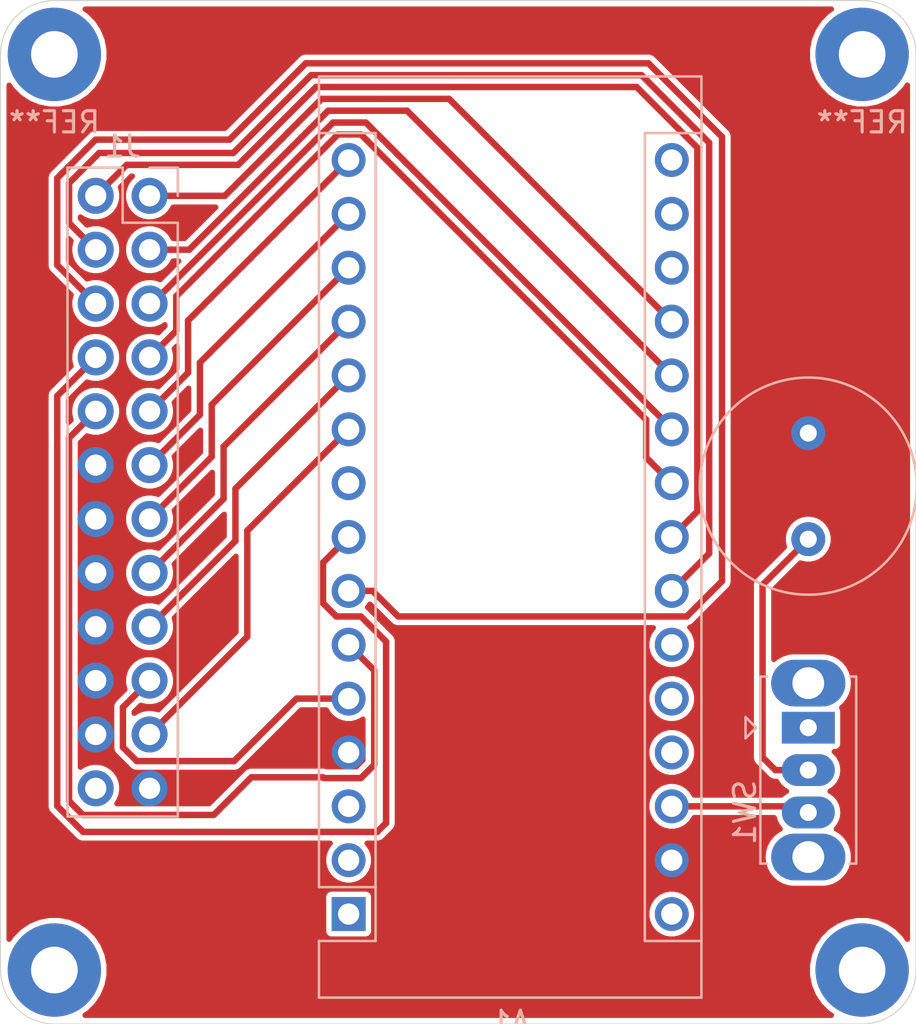
<source format=kicad_pcb>
(kicad_pcb (version 20171130) (host pcbnew "(5.1.9)-1")

  (general
    (thickness 1.6)
    (drawings 9)
    (tracks 122)
    (zones 0)
    (modules 8)
    (nets 20)
  )

  (page A4)
  (layers
    (0 F.Cu signal)
    (31 B.Cu signal hide)
    (33 F.Adhes user hide)
    (35 F.Paste user hide)
    (36 B.SilkS user)
    (37 F.SilkS user hide)
    (38 B.Mask user hide)
    (39 F.Mask user hide)
    (40 Dwgs.User user hide)
    (41 Cmts.User user hide)
    (42 Eco1.User user hide)
    (43 Eco2.User user hide)
    (44 Edge.Cuts user)
    (45 Margin user hide)
    (46 B.CrtYd user hide)
    (47 F.CrtYd user hide)
    (49 F.Fab user hide)
  )

  (setup
    (last_trace_width 0.3048)
    (trace_clearance 0.254)
    (zone_clearance 0.254)
    (zone_45_only no)
    (trace_min 0.254)
    (via_size 0.8)
    (via_drill 0.4)
    (via_min_size 0.4)
    (via_min_drill 0.3)
    (uvia_size 0.3)
    (uvia_drill 0.1)
    (uvias_allowed no)
    (uvia_min_size 0.2)
    (uvia_min_drill 0.1)
    (edge_width 0.05)
    (segment_width 0.2)
    (pcb_text_width 0.3)
    (pcb_text_size 1.5 1.5)
    (mod_edge_width 0.12)
    (mod_text_size 1 1)
    (mod_text_width 0.15)
    (pad_size 1.524 1.524)
    (pad_drill 0.762)
    (pad_to_mask_clearance 0)
    (aux_axis_origin 68.58 132.08)
    (visible_elements 7FFFFFFF)
    (pcbplotparams
      (layerselection 0x01000_7fffffff)
      (usegerberextensions false)
      (usegerberattributes true)
      (usegerberadvancedattributes true)
      (creategerberjobfile true)
      (excludeedgelayer false)
      (linewidth 0.100000)
      (plotframeref false)
      (viasonmask false)
      (mode 1)
      (useauxorigin false)
      (hpglpennumber 1)
      (hpglpenspeed 20)
      (hpglpendiameter 15.000000)
      (psnegative false)
      (psa4output false)
      (plotreference true)
      (plotvalue true)
      (plotinvisibletext false)
      (padsonsilk false)
      (subtractmaskfromsilk false)
      (outputformat 4)
      (mirror false)
      (drillshape 0)
      (scaleselection 1)
      (outputdirectory ""))
  )

  (net 0 "")
  (net 1 /EOI)
  (net 2 /DAV)
  (net 3 GND)
  (net 4 /NRFD)
  (net 5 /NDAC)
  (net 6 /IFC)
  (net 7 /ATN)
  (net 8 /DIO6)
  (net 9 /DIO8)
  (net 10 /DIO5)
  (net 11 /DIO7)
  (net 12 /DIO4)
  (net 13 /REN)
  (net 14 /DIO3)
  (net 15 /SRQ)
  (net 16 /DIO2)
  (net 17 /DIO1)
  (net 18 "Net-(C1-Pad1)")
  (net 19 /NRST)

  (net_class Default "This is the default net class."
    (clearance 0.254)
    (trace_width 0.3048)
    (via_dia 0.8)
    (via_drill 0.4)
    (uvia_dia 0.3)
    (uvia_drill 0.1)
    (diff_pair_width 0.254)
    (diff_pair_gap 0.25)
    (add_net /ATN)
    (add_net /DAV)
    (add_net /DIO1)
    (add_net /DIO2)
    (add_net /DIO3)
    (add_net /DIO4)
    (add_net /DIO5)
    (add_net /DIO6)
    (add_net /DIO7)
    (add_net /DIO8)
    (add_net /EOI)
    (add_net /IFC)
    (add_net /NDAC)
    (add_net /NRFD)
    (add_net /NRST)
    (add_net /REN)
    (add_net /SRQ)
    (add_net GND)
    (add_net "Net-(C1-Pad1)")
  )

  (module MountingHole:MountingHole_2.2mm_M2_Pad (layer B.Cu) (tedit 56D1B4CB) (tstamp 60B0C9E4)
    (at 109.22 86.36)
    (descr "Mounting Hole 2.2mm, M2")
    (tags "mounting hole 2.2mm m2")
    (attr virtual)
    (fp_text reference REF** (at 0 3.2) (layer B.SilkS)
      (effects (font (size 1 1) (thickness 0.15)) (justify mirror))
    )
    (fp_text value MountingHole_2.2mm_M2_Pad (at 0 -3.2) (layer B.Fab)
      (effects (font (size 1 1) (thickness 0.15)) (justify mirror))
    )
    (fp_circle (center 0 0) (end 2.2 0) (layer Cmts.User) (width 0.15))
    (fp_circle (center 0 0) (end 2.45 0) (layer B.CrtYd) (width 0.05))
    (fp_text user %R (at 0.3 0) (layer B.Fab)
      (effects (font (size 1 1) (thickness 0.15)) (justify mirror))
    )
    (pad 1 thru_hole circle (at 0 0) (size 4.4 4.4) (drill 2.2) (layers *.Cu *.Mask))
  )

  (module MountingHole:MountingHole_2.2mm_M2_Pad (layer B.Cu) (tedit 56D1B4CB) (tstamp 60B0C9E4)
    (at 71.12 86.36)
    (descr "Mounting Hole 2.2mm, M2")
    (tags "mounting hole 2.2mm m2")
    (attr virtual)
    (fp_text reference REF** (at 0 3.2) (layer B.SilkS)
      (effects (font (size 1 1) (thickness 0.15)) (justify mirror))
    )
    (fp_text value MountingHole_2.2mm_M2_Pad (at 0 -3.2) (layer B.Fab)
      (effects (font (size 1 1) (thickness 0.15)) (justify mirror))
    )
    (fp_circle (center 0 0) (end 2.2 0) (layer Cmts.User) (width 0.15))
    (fp_circle (center 0 0) (end 2.45 0) (layer B.CrtYd) (width 0.05))
    (fp_text user %R (at 0.3 0) (layer B.Fab)
      (effects (font (size 1 1) (thickness 0.15)) (justify mirror))
    )
    (pad 1 thru_hole circle (at 0 0) (size 4.4 4.4) (drill 2.2) (layers *.Cu *.Mask))
  )

  (module MountingHole:MountingHole_2.2mm_M2_Pad (layer B.Cu) (tedit 56D1B4CB) (tstamp 60B0C9E4)
    (at 71.12 129.54)
    (descr "Mounting Hole 2.2mm, M2")
    (tags "mounting hole 2.2mm m2")
    (attr virtual)
    (fp_text reference REF** (at 0 3.2) (layer B.SilkS)
      (effects (font (size 1 1) (thickness 0.15)) (justify mirror))
    )
    (fp_text value MountingHole_2.2mm_M2_Pad (at 0 -3.2) (layer B.Fab)
      (effects (font (size 1 1) (thickness 0.15)) (justify mirror))
    )
    (fp_circle (center 0 0) (end 2.2 0) (layer Cmts.User) (width 0.15))
    (fp_circle (center 0 0) (end 2.45 0) (layer B.CrtYd) (width 0.05))
    (fp_text user %R (at 0.3 0) (layer B.Fab)
      (effects (font (size 1 1) (thickness 0.15)) (justify mirror))
    )
    (pad 1 thru_hole circle (at 0 0) (size 4.4 4.4) (drill 2.2) (layers *.Cu *.Mask))
  )

  (module MountingHole:MountingHole_2.2mm_M2_Pad (layer B.Cu) (tedit 56D1B4CB) (tstamp 60B0C9DF)
    (at 109.22 129.54)
    (descr "Mounting Hole 2.2mm, M2")
    (tags "mounting hole 2.2mm m2")
    (attr virtual)
    (fp_text reference REF** (at 0 3.2) (layer B.SilkS)
      (effects (font (size 1 1) (thickness 0.15)) (justify mirror))
    )
    (fp_text value MountingHole_2.2mm_M2_Pad (at 0 -3.2) (layer B.Fab)
      (effects (font (size 1 1) (thickness 0.15)) (justify mirror))
    )
    (fp_circle (center 0 0) (end 2.2 0) (layer Cmts.User) (width 0.15))
    (fp_circle (center 0 0) (end 2.45 0) (layer B.CrtYd) (width 0.05))
    (fp_text user %R (at 0.3 0) (layer B.Fab)
      (effects (font (size 1 1) (thickness 0.15)) (justify mirror))
    )
    (pad 1 thru_hole circle (at 0 0) (size 4.4 4.4) (drill 2.2) (layers *.Cu *.Mask))
  )

  (module Button_Switch_THT:SW_Slide_1P2T_CK_OS102011MS2Q (layer B.Cu) (tedit 5C5044D5) (tstamp 60B0AB9C)
    (at 106.68 118.11 270)
    (descr "CuK miniature slide switch, OS series, SPDT, https://www.ckswitches.com/media/1428/os.pdf")
    (tags "switch SPDT")
    (path /60B40689)
    (fp_text reference SW1 (at 3.99 2.99 270) (layer B.SilkS)
      (effects (font (size 1 1) (thickness 0.15)) (justify mirror))
    )
    (fp_text value SW_SPDT (at 2 -3 270) (layer B.Fab)
      (effects (font (size 1 1) (thickness 0.15)) (justify mirror))
    )
    (fp_line (start 0.5 2.15) (end 6.3 2.15) (layer B.Fab) (width 0.1))
    (fp_line (start 6.3 2.15) (end 6.3 -2.15) (layer B.Fab) (width 0.1))
    (fp_line (start 6.3 -2.15) (end -2.3 -2.15) (layer B.Fab) (width 0.1))
    (fp_line (start -2.3 -2.15) (end -2.3 2.15) (layer B.Fab) (width 0.1))
    (fp_line (start 0 1) (end 4 1) (layer B.Fab) (width 0.1))
    (fp_line (start 4 1) (end 4 -1) (layer B.Fab) (width 0.1))
    (fp_line (start 0 -1) (end 4 -1) (layer B.Fab) (width 0.1))
    (fp_line (start 0 1) (end 0 -1) (layer B.Fab) (width 0.1))
    (fp_line (start 0.66 1) (end 0.66 -1) (layer B.Fab) (width 0.1))
    (fp_line (start 1.34 1) (end 1.34 -1) (layer B.Fab) (width 0.1))
    (fp_line (start 2 1) (end 2 -1) (layer B.Fab) (width 0.1))
    (fp_line (start -2.3 2.15) (end -0.5 2.15) (layer B.Fab) (width 0.1))
    (fp_line (start -2.41 2.26) (end 6.41 2.26) (layer B.SilkS) (width 0.12))
    (fp_line (start 6.41 2.26) (end 6.41 1.95) (layer B.SilkS) (width 0.12))
    (fp_line (start 6.41 -2.26) (end -2.41 -2.26) (layer B.SilkS) (width 0.12))
    (fp_line (start -2.41 1.95) (end -2.41 2.26) (layer B.SilkS) (width 0.12))
    (fp_line (start -2.41 -2.26) (end -2.41 -1.95) (layer B.SilkS) (width 0.12))
    (fp_line (start 6.41 -2.26) (end 6.41 -1.95) (layer B.SilkS) (width 0.12))
    (fp_line (start -3.45 2.4) (end 7.45 2.4) (layer F.CrtYd) (width 0.05))
    (fp_line (start 7.45 2.4) (end 7.45 -2.4) (layer F.CrtYd) (width 0.05))
    (fp_line (start 7.45 -2.4) (end -3.45 -2.4) (layer F.CrtYd) (width 0.05))
    (fp_line (start -3.45 -2.4) (end -3.45 2.4) (layer F.CrtYd) (width 0.05))
    (fp_line (start -0.5 2.15) (end 0 1.65) (layer B.Fab) (width 0.1))
    (fp_line (start 0 1.65) (end 0.5 2.15) (layer B.Fab) (width 0.1))
    (fp_line (start -0.5 2.96) (end 0 2.46) (layer B.SilkS) (width 0.12))
    (fp_line (start 0 2.46) (end 0.5 2.96) (layer B.SilkS) (width 0.12))
    (fp_line (start 0.5 2.96) (end -0.5 2.96) (layer B.SilkS) (width 0.12))
    (fp_text user %R (at 3.99 2.99 270) (layer B.Fab)
      (effects (font (size 1 1) (thickness 0.15)) (justify mirror))
    )
    (pad "" thru_hole oval (at 6.1 0 270) (size 2.2 3.5) (drill 1.5) (layers *.Cu *.Mask))
    (pad "" thru_hole oval (at -2.1 0 270) (size 2.2 3.5) (drill 1.5) (layers *.Cu *.Mask))
    (pad 3 thru_hole oval (at 4 0 270) (size 1.5 2.5) (drill 0.8) (layers *.Cu *.Mask)
      (net 19 /NRST))
    (pad 2 thru_hole oval (at 2 0 270) (size 1.5 2.5) (drill 0.8) (layers *.Cu *.Mask)
      (net 18 "Net-(C1-Pad1)"))
    (pad 1 thru_hole rect (at 0 0 270) (size 1.5 2.5) (drill 0.8) (layers *.Cu *.Mask))
    (model ${KISYS3DMOD}/Button_Switch_THT.3dshapes/SW_Slide_1P2T_CK_OS102011MS2Q.wrl
      (at (xyz 0 0 0))
      (scale (xyz 1 1 1))
      (rotate (xyz 0 0 0))
    )
  )

  (module central_lib:PinHeader_2x12_P2.54mm_Vertical_Top_Bottom (layer B.Cu) (tedit 60B03479) (tstamp 60B0B47B)
    (at 75.61 93.03 180)
    (descr "Through hole straight pin header, 2x12, 2.54mm pitch, double rows")
    (tags "Through hole pin header THT 2x12 2.54mm double row")
    (path /60B1AC9D)
    (fp_text reference J1 (at 1.27 2.33) (layer B.SilkS)
      (effects (font (size 1 1) (thickness 0.15)) (justify mirror))
    )
    (fp_text value Conn_02x12_Top_Bottom (at 1.27 -30.27) (layer B.Fab)
      (effects (font (size 1 1) (thickness 0.15)) (justify mirror))
    )
    (fp_line (start 0 1.27) (end 3.81 1.27) (layer B.Fab) (width 0.1))
    (fp_line (start 3.81 1.27) (end 3.81 -29.21) (layer B.Fab) (width 0.1))
    (fp_line (start 3.81 -29.21) (end -1.27 -29.21) (layer B.Fab) (width 0.1))
    (fp_line (start -1.27 -29.21) (end -1.27 0) (layer B.Fab) (width 0.1))
    (fp_line (start -1.27 0) (end 0 1.27) (layer B.Fab) (width 0.1))
    (fp_line (start -1.33 -29.27) (end 3.87 -29.27) (layer B.SilkS) (width 0.12))
    (fp_line (start -1.33 -1.27) (end -1.33 -29.27) (layer B.SilkS) (width 0.12))
    (fp_line (start 3.87 1.33) (end 3.87 -29.27) (layer B.SilkS) (width 0.12))
    (fp_line (start -1.33 -1.27) (end 1.27 -1.27) (layer B.SilkS) (width 0.12))
    (fp_line (start 1.27 -1.27) (end 1.27 1.33) (layer B.SilkS) (width 0.12))
    (fp_line (start 1.27 1.33) (end 3.87 1.33) (layer B.SilkS) (width 0.12))
    (fp_line (start -1.33 0) (end -1.33 1.33) (layer B.SilkS) (width 0.12))
    (fp_line (start -1.33 1.33) (end 0 1.33) (layer B.SilkS) (width 0.12))
    (fp_line (start -1.8 1.8) (end -1.8 -29.75) (layer B.CrtYd) (width 0.05))
    (fp_line (start -1.8 -29.75) (end 4.35 -29.75) (layer B.CrtYd) (width 0.05))
    (fp_line (start 4.35 -29.75) (end 4.35 1.8) (layer B.CrtYd) (width 0.05))
    (fp_line (start 4.35 1.8) (end -1.8 1.8) (layer B.CrtYd) (width 0.05))
    (fp_text user %R (at 1.27 -13.97 270) (layer B.Fab)
      (effects (font (size 1 1) (thickness 0.15)) (justify mirror))
    )
    (pad 1 thru_hole oval (at 0 0 180) (size 1.7 1.7) (drill 1) (layers *.Cu *.Mask)
      (net 17 /DIO1))
    (pad 2 thru_hole oval (at 0 -2.54 180) (size 1.7 1.7) (drill 1) (layers *.Cu *.Mask)
      (net 16 /DIO2))
    (pad 3 thru_hole oval (at 0 -5.08 180) (size 1.7 1.7) (drill 1) (layers *.Cu *.Mask)
      (net 14 /DIO3))
    (pad 4 thru_hole oval (at 0 -7.62 180) (size 1.7 1.7) (drill 1) (layers *.Cu *.Mask)
      (net 12 /DIO4))
    (pad 5 thru_hole oval (at 0 -10.16 180) (size 1.7 1.7) (drill 1) (layers *.Cu *.Mask)
      (net 1 /EOI))
    (pad 6 thru_hole oval (at 0 -12.7 180) (size 1.7 1.7) (drill 1) (layers *.Cu *.Mask)
      (net 2 /DAV))
    (pad 7 thru_hole oval (at 0 -15.24 180) (size 1.7 1.7) (drill 1) (layers *.Cu *.Mask)
      (net 4 /NRFD))
    (pad 8 thru_hole oval (at 0 -17.78 180) (size 1.7 1.7) (drill 1) (layers *.Cu *.Mask)
      (net 5 /NDAC))
    (pad 9 thru_hole oval (at 0 -20.32 180) (size 1.7 1.7) (drill 1) (layers *.Cu *.Mask)
      (net 6 /IFC))
    (pad 10 thru_hole oval (at 0 -22.86 180) (size 1.7 1.7) (drill 1) (layers *.Cu *.Mask)
      (net 15 /SRQ))
    (pad 11 thru_hole oval (at 0 -25.4 180) (size 1.7 1.7) (drill 1) (layers *.Cu *.Mask)
      (net 7 /ATN))
    (pad 12 thru_hole oval (at 0 -27.94 180) (size 1.7 1.7) (drill 1) (layers *.Cu *.Mask)
      (net 3 GND))
    (pad 13 thru_hole oval (at 2.54 0 180) (size 1.7 1.7) (drill 1) (layers *.Cu *.Mask)
      (net 10 /DIO5))
    (pad 14 thru_hole oval (at 2.54 -2.54 180) (size 1.7 1.7) (drill 1) (layers *.Cu *.Mask)
      (net 8 /DIO6))
    (pad 15 thru_hole oval (at 2.54 -5.08 180) (size 1.7 1.7) (drill 1) (layers *.Cu *.Mask)
      (net 11 /DIO7))
    (pad 16 thru_hole oval (at 2.54 -7.62 180) (size 1.7 1.7) (drill 1) (layers *.Cu *.Mask)
      (net 9 /DIO8))
    (pad 17 thru_hole oval (at 2.54 -10.16 180) (size 1.7 1.7) (drill 1) (layers *.Cu *.Mask)
      (net 13 /REN))
    (pad 18 thru_hole oval (at 2.54 -12.7 180) (size 1.7 1.7) (drill 1) (layers *.Cu *.Mask)
      (net 3 GND))
    (pad 19 thru_hole oval (at 2.54 -15.24 180) (size 1.7 1.7) (drill 1) (layers *.Cu *.Mask)
      (net 3 GND))
    (pad 20 thru_hole oval (at 2.54 -17.78 180) (size 1.7 1.7) (drill 1) (layers *.Cu *.Mask)
      (net 3 GND))
    (pad 21 thru_hole oval (at 2.54 -20.32 180) (size 1.7 1.7) (drill 1) (layers *.Cu *.Mask)
      (net 3 GND))
    (pad 22 thru_hole oval (at 2.54 -22.86 180) (size 1.7 1.7) (drill 1) (layers *.Cu *.Mask)
      (net 3 GND))
    (pad 23 thru_hole oval (at 2.54 -25.4 180) (size 1.7 1.7) (drill 1) (layers *.Cu *.Mask)
      (net 3 GND))
    (pad 24 thru_hole oval (at 2.54 -27.94 180) (size 1.7 1.7) (drill 1) (layers *.Cu *.Mask))
    (model ${KISYS3DMOD}/Connector_PinHeader_2.54mm.3dshapes/PinHeader_2x12_P2.54mm_Vertical.wrl
      (at (xyz 0 0 0))
      (scale (xyz 1 1 1))
      (rotate (xyz 0 0 0))
    )
  )

  (module Capacitor_THT:C_Radial_D10.0mm_H12.5mm_P5.00mm (layer B.Cu) (tedit 5BC5C9BA) (tstamp 60B0AB49)
    (at 106.68 109.22 90)
    (descr "C, Radial series, Radial, pin pitch=5.00mm, diameter=10mm, height=12.5mm, Non-Polar Electrolytic Capacitor")
    (tags "C Radial series Radial pin pitch 5.00mm diameter 10mm height 12.5mm Non-Polar Electrolytic Capacitor")
    (path /60B42C8D)
    (fp_text reference C1 (at 2.5 6.25 270) (layer B.SilkS)
      (effects (font (size 1 1) (thickness 0.15)) (justify mirror))
    )
    (fp_text value C (at 2.5 -6.25 270) (layer B.Fab)
      (effects (font (size 1 1) (thickness 0.15)) (justify mirror))
    )
    (fp_circle (center 2.5 0) (end 7.5 0) (layer B.Fab) (width 0.1))
    (fp_circle (center 2.5 0) (end 7.62 0) (layer B.SilkS) (width 0.12))
    (fp_circle (center 2.5 0) (end 7.75 0) (layer B.CrtYd) (width 0.05))
    (fp_text user %R (at 2.5 0 270) (layer B.Fab)
      (effects (font (size 1 1) (thickness 0.15)) (justify mirror))
    )
    (pad 2 thru_hole circle (at 5 0 90) (size 1.6 1.6) (drill 0.8) (layers *.Cu *.Mask)
      (net 3 GND))
    (pad 1 thru_hole circle (at 0 0 90) (size 1.6 1.6) (drill 0.8) (layers *.Cu *.Mask)
      (net 18 "Net-(C1-Pad1)"))
    (model ${KISYS3DMOD}/Capacitor_THT.3dshapes/C_Radial_D10.0mm_H12.5mm_P5.00mm.wrl
      (at (xyz 0 0 0))
      (scale (xyz 1 1 1))
      (rotate (xyz 0 0 0))
    )
  )

  (module Module:Arduino_Nano (layer B.Cu) (tedit 58ACAF70) (tstamp 60B0AB3F)
    (at 85 126.9)
    (descr "Arduino Nano, http://www.mouser.com/pdfdocs/Gravitech_Arduino_Nano3_0.pdf")
    (tags "Arduino Nano")
    (path /60AFCD0E)
    (fp_text reference A1 (at 7.62 5.08) (layer B.SilkS)
      (effects (font (size 1 1) (thickness 0.15)) (justify mirror))
    )
    (fp_text value Arduino_Nano_v3.x (at 8.89 -19.05 -90) (layer B.Fab)
      (effects (font (size 1 1) (thickness 0.15)) (justify mirror))
    )
    (fp_line (start 1.27 -1.27) (end 1.27 1.27) (layer B.SilkS) (width 0.12))
    (fp_line (start 1.27 1.27) (end -1.4 1.27) (layer B.SilkS) (width 0.12))
    (fp_line (start -1.4 -1.27) (end -1.4 -39.5) (layer B.SilkS) (width 0.12))
    (fp_line (start -1.4 3.94) (end -1.4 1.27) (layer B.SilkS) (width 0.12))
    (fp_line (start 13.97 1.27) (end 16.64 1.27) (layer B.SilkS) (width 0.12))
    (fp_line (start 13.97 1.27) (end 13.97 -36.83) (layer B.SilkS) (width 0.12))
    (fp_line (start 13.97 -36.83) (end 16.64 -36.83) (layer B.SilkS) (width 0.12))
    (fp_line (start 1.27 -1.27) (end -1.4 -1.27) (layer B.SilkS) (width 0.12))
    (fp_line (start 1.27 -1.27) (end 1.27 -36.83) (layer B.SilkS) (width 0.12))
    (fp_line (start 1.27 -36.83) (end -1.4 -36.83) (layer B.SilkS) (width 0.12))
    (fp_line (start 3.81 -31.75) (end 11.43 -31.75) (layer B.Fab) (width 0.1))
    (fp_line (start 11.43 -31.75) (end 11.43 -41.91) (layer B.Fab) (width 0.1))
    (fp_line (start 11.43 -41.91) (end 3.81 -41.91) (layer B.Fab) (width 0.1))
    (fp_line (start 3.81 -41.91) (end 3.81 -31.75) (layer B.Fab) (width 0.1))
    (fp_line (start -1.4 -39.5) (end 16.64 -39.5) (layer B.SilkS) (width 0.12))
    (fp_line (start 16.64 -39.5) (end 16.64 3.94) (layer B.SilkS) (width 0.12))
    (fp_line (start 16.64 3.94) (end -1.4 3.94) (layer B.SilkS) (width 0.12))
    (fp_line (start 16.51 -39.37) (end -1.27 -39.37) (layer B.Fab) (width 0.1))
    (fp_line (start -1.27 -39.37) (end -1.27 2.54) (layer B.Fab) (width 0.1))
    (fp_line (start -1.27 2.54) (end 0 3.81) (layer B.Fab) (width 0.1))
    (fp_line (start 0 3.81) (end 16.51 3.81) (layer B.Fab) (width 0.1))
    (fp_line (start 16.51 3.81) (end 16.51 -39.37) (layer B.Fab) (width 0.1))
    (fp_line (start -1.53 4.06) (end 16.75 4.06) (layer B.CrtYd) (width 0.05))
    (fp_line (start -1.53 4.06) (end -1.53 -42.16) (layer B.CrtYd) (width 0.05))
    (fp_line (start 16.75 -42.16) (end 16.75 4.06) (layer B.CrtYd) (width 0.05))
    (fp_line (start 16.75 -42.16) (end -1.53 -42.16) (layer B.CrtYd) (width 0.05))
    (fp_text user %R (at 6.35 -19.05 -90) (layer B.Fab)
      (effects (font (size 1 1) (thickness 0.15)) (justify mirror))
    )
    (pad 16 thru_hole oval (at 15.24 -35.56) (size 1.6 1.6) (drill 1) (layers *.Cu *.Mask))
    (pad 15 thru_hole oval (at 0 -35.56) (size 1.6 1.6) (drill 1) (layers *.Cu *.Mask)
      (net 1 /EOI))
    (pad 30 thru_hole oval (at 15.24 0) (size 1.6 1.6) (drill 1) (layers *.Cu *.Mask))
    (pad 14 thru_hole oval (at 0 -33.02) (size 1.6 1.6) (drill 1) (layers *.Cu *.Mask)
      (net 2 /DAV))
    (pad 29 thru_hole oval (at 15.24 -2.54) (size 1.6 1.6) (drill 1) (layers *.Cu *.Mask)
      (net 3 GND))
    (pad 13 thru_hole oval (at 0 -30.48) (size 1.6 1.6) (drill 1) (layers *.Cu *.Mask)
      (net 4 /NRFD))
    (pad 28 thru_hole oval (at 15.24 -5.08) (size 1.6 1.6) (drill 1) (layers *.Cu *.Mask)
      (net 19 /NRST))
    (pad 12 thru_hole oval (at 0 -27.94) (size 1.6 1.6) (drill 1) (layers *.Cu *.Mask)
      (net 5 /NDAC))
    (pad 27 thru_hole oval (at 15.24 -7.62) (size 1.6 1.6) (drill 1) (layers *.Cu *.Mask))
    (pad 11 thru_hole oval (at 0 -25.4) (size 1.6 1.6) (drill 1) (layers *.Cu *.Mask)
      (net 6 /IFC))
    (pad 26 thru_hole oval (at 15.24 -10.16) (size 1.6 1.6) (drill 1) (layers *.Cu *.Mask))
    (pad 10 thru_hole oval (at 0 -22.86) (size 1.6 1.6) (drill 1) (layers *.Cu *.Mask)
      (net 7 /ATN))
    (pad 25 thru_hole oval (at 15.24 -12.7) (size 1.6 1.6) (drill 1) (layers *.Cu *.Mask))
    (pad 9 thru_hole oval (at 0 -20.32) (size 1.6 1.6) (drill 1) (layers *.Cu *.Mask))
    (pad 24 thru_hole oval (at 15.24 -15.24) (size 1.6 1.6) (drill 1) (layers *.Cu *.Mask)
      (net 8 /DIO6))
    (pad 8 thru_hole oval (at 0 -17.78) (size 1.6 1.6) (drill 1) (layers *.Cu *.Mask)
      (net 9 /DIO8))
    (pad 23 thru_hole oval (at 15.24 -17.78) (size 1.6 1.6) (drill 1) (layers *.Cu *.Mask)
      (net 10 /DIO5))
    (pad 7 thru_hole oval (at 0 -15.24) (size 1.6 1.6) (drill 1) (layers *.Cu *.Mask)
      (net 11 /DIO7))
    (pad 22 thru_hole oval (at 15.24 -20.32) (size 1.6 1.6) (drill 1) (layers *.Cu *.Mask)
      (net 12 /DIO4))
    (pad 6 thru_hole oval (at 0 -12.7) (size 1.6 1.6) (drill 1) (layers *.Cu *.Mask)
      (net 13 /REN))
    (pad 21 thru_hole oval (at 15.24 -22.86) (size 1.6 1.6) (drill 1) (layers *.Cu *.Mask)
      (net 14 /DIO3))
    (pad 5 thru_hole oval (at 0 -10.16) (size 1.6 1.6) (drill 1) (layers *.Cu *.Mask)
      (net 15 /SRQ))
    (pad 20 thru_hole oval (at 15.24 -25.4) (size 1.6 1.6) (drill 1) (layers *.Cu *.Mask)
      (net 16 /DIO2))
    (pad 4 thru_hole oval (at 0 -7.62) (size 1.6 1.6) (drill 1) (layers *.Cu *.Mask)
      (net 3 GND))
    (pad 19 thru_hole oval (at 15.24 -27.94) (size 1.6 1.6) (drill 1) (layers *.Cu *.Mask)
      (net 17 /DIO1))
    (pad 3 thru_hole oval (at 0 -5.08) (size 1.6 1.6) (drill 1) (layers *.Cu *.Mask))
    (pad 18 thru_hole oval (at 15.24 -30.48) (size 1.6 1.6) (drill 1) (layers *.Cu *.Mask))
    (pad 2 thru_hole oval (at 0 -2.54) (size 1.6 1.6) (drill 1) (layers *.Cu *.Mask))
    (pad 17 thru_hole oval (at 15.24 -33.02) (size 1.6 1.6) (drill 1) (layers *.Cu *.Mask))
    (pad 1 thru_hole rect (at 0 0) (size 1.6 1.6) (drill 1) (layers *.Cu *.Mask))
    (model ${KISYS3DMOD}/Module.3dshapes/Arduino_Nano_WithMountingHoles.wrl
      (at (xyz 0 0 0))
      (scale (xyz 1 1 1))
      (rotate (xyz 0 0 0))
    )
  )

  (gr_arc (start 71.12 86.36) (end 71.12 83.82) (angle -90) (layer Edge.Cuts) (width 0.05))
  (gr_arc (start 109.22 129.54) (end 109.22 132.08) (angle -90) (layer Edge.Cuts) (width 0.05))
  (gr_arc (start 71.12 129.54) (end 68.58 129.54) (angle -90) (layer Edge.Cuts) (width 0.05))
  (gr_arc (start 109.22 86.36) (end 111.76 86.36) (angle -90) (layer Edge.Cuts) (width 0.05))
  (gr_line (start 111.76 129.54) (end 111.76 86.36) (layer Edge.Cuts) (width 0.05) (tstamp 60B0C778))
  (gr_line (start 71.12 132.08) (end 109.22 132.08) (layer Edge.Cuts) (width 0.05))
  (gr_line (start 68.58 86.36) (end 68.58 129.54) (layer Edge.Cuts) (width 0.05))
  (gr_line (start 71.12 83.82) (end 71.12 83.82) (layer Edge.Cuts) (width 0.05))
  (gr_line (start 109.22 83.82) (end 71.12 83.82) (layer Edge.Cuts) (width 0.05))

  (segment (start 77.425211 98.914789) (end 85 91.34) (width 0.3048) (layer F.Cu) (net 1))
  (segment (start 77.425211 101.374789) (end 77.425211 98.914789) (width 0.3048) (layer F.Cu) (net 1))
  (segment (start 75.61 103.19) (end 77.425211 101.374789) (width 0.3048) (layer F.Cu) (net 1))
  (segment (start 77.984021 100.895979) (end 85 93.88) (width 0.3048) (layer F.Cu) (net 2))
  (segment (start 77.984021 103.355979) (end 77.984021 100.895979) (width 0.3048) (layer F.Cu) (net 2))
  (segment (start 75.61 105.73) (end 77.984021 103.355979) (width 0.3048) (layer F.Cu) (net 2))
  (segment (start 73.07 105.73) (end 73.07 108.27) (width 0.3048) (layer F.Cu) (net 3))
  (segment (start 73.07 110.81) (end 73.07 113.35) (width 0.3048) (layer F.Cu) (net 3))
  (segment (start 73.07 108.27) (end 73.07 110.81) (width 0.3048) (layer F.Cu) (net 3))
  (segment (start 73.07 113.35) (end 73.07 115.89) (width 0.3048) (layer F.Cu) (net 3))
  (segment (start 73.07 118.43) (end 73.07 115.89) (width 0.3048) (layer F.Cu) (net 3))
  (segment (start 75.50025 120.97) (end 75.61 120.97) (width 0.3048) (layer F.Cu) (net 3))
  (segment (start 73.79479 119.26454) (end 75.50025 120.97) (width 0.3048) (layer F.Cu) (net 3))
  (segment (start 73.794789 118.744789) (end 73.79479 119.26454) (width 0.3048) (layer F.Cu) (net 3))
  (segment (start 73.48 118.43) (end 73.794789 118.744789) (width 0.3048) (layer F.Cu) (net 3))
  (segment (start 73.07 118.43) (end 73.48 118.43) (width 0.3048) (layer F.Cu) (net 3))
  (segment (start 101.59641 125.71641) (end 100.24 124.36) (width 0.3048) (layer F.Cu) (net 3))
  (segment (start 107.953975 125.71641) (end 101.59641 125.71641) (width 0.3048) (layer F.Cu) (net 3))
  (segment (start 108.83641 124.833975) (end 107.953975 125.71641) (width 0.3048) (layer F.Cu) (net 3))
  (segment (start 108.83641 106.37641) (end 108.83641 124.833975) (width 0.3048) (layer F.Cu) (net 3))
  (segment (start 106.68 104.22) (end 108.83641 106.37641) (width 0.3048) (layer F.Cu) (net 3))
  (segment (start 75.61 120.97) (end 79.102802 120.97) (width 0.3048) (layer F.Cu) (net 3))
  (segment (start 79.102802 120.97) (end 80.792802 119.28) (width 0.3048) (layer F.Cu) (net 3))
  (segment (start 80.792802 119.28) (end 85 119.28) (width 0.3048) (layer F.Cu) (net 3))
  (segment (start 78.54283 105.33717) (end 78.54283 102.87717) (width 0.3048) (layer F.Cu) (net 4))
  (segment (start 78.54283 102.87717) (end 85 96.42) (width 0.3048) (layer F.Cu) (net 4))
  (segment (start 75.61 108.27) (end 78.54283 105.33717) (width 0.3048) (layer F.Cu) (net 4))
  (segment (start 79.10164 104.85836) (end 85 98.96) (width 0.3048) (layer F.Cu) (net 5))
  (segment (start 79.10164 107.31836) (end 79.10164 104.85836) (width 0.3048) (layer F.Cu) (net 5))
  (segment (start 75.61 110.81) (end 79.10164 107.31836) (width 0.3048) (layer F.Cu) (net 5))
  (segment (start 79.66045 106.83955) (end 85 101.5) (width 0.3048) (layer F.Cu) (net 6))
  (segment (start 79.66045 109.29955) (end 79.66045 106.83955) (width 0.3048) (layer F.Cu) (net 6))
  (segment (start 75.61 113.35) (end 79.66045 109.29955) (width 0.3048) (layer F.Cu) (net 6))
  (segment (start 80.21926 108.82074) (end 85 104.04) (width 0.3048) (layer F.Cu) (net 7))
  (segment (start 80.21926 113.82074) (end 80.21926 108.82074) (width 0.3048) (layer F.Cu) (net 7))
  (segment (start 75.61 118.43) (end 80.21926 113.82074) (width 0.3048) (layer F.Cu) (net 7))
  (segment (start 102.005211 109.894789) (end 100.24 111.66) (width 0.3048) (layer F.Cu) (net 8))
  (segment (start 102.005211 90.529461) (end 102.005211 109.894789) (width 0.3048) (layer F.Cu) (net 8))
  (segment (start 98.815302 87.339552) (end 102.005211 90.529461) (width 0.3048) (layer F.Cu) (net 8))
  (segment (start 83.23045 87.339552) (end 98.815302 87.339552) (width 0.3048) (layer F.Cu) (net 8))
  (segment (start 73.230526 91.01) (end 79.560002 91.01) (width 0.3048) (layer F.Cu) (net 8))
  (segment (start 71.813599 94.313599) (end 71.813599 92.426927) (width 0.3048) (layer F.Cu) (net 8))
  (segment (start 79.560002 91.01) (end 83.23045 87.339552) (width 0.3048) (layer F.Cu) (net 8))
  (segment (start 73.07 95.57) (end 71.813599 94.313599) (width 0.3048) (layer F.Cu) (net 8))
  (segment (start 71.813599 92.426927) (end 73.230526 91.01) (width 0.3048) (layer F.Cu) (net 8))
  (segment (start 73.07 100.65) (end 71.25479 102.46521) (width 0.3048) (layer F.Cu) (net 9))
  (segment (start 71.254788 104.89546) (end 71.254788 121.80454) (width 0.3048) (layer F.Cu) (net 9))
  (segment (start 71.25479 102.46521) (end 71.254788 104.89546) (width 0.3048) (layer F.Cu) (net 9))
  (segment (start 71.254788 121.80454) (end 72.476649 123.026401) (width 0.3048) (layer F.Cu) (net 9))
  (segment (start 72.476649 123.026401) (end 86.343599 123.026401) (width 0.3048) (layer F.Cu) (net 9))
  (segment (start 86.343599 123.026401) (end 86.765211 122.604789) (width 0.3048) (layer F.Cu) (net 9))
  (segment (start 86.765211 122.604789) (end 86.765211 114.052539) (width 0.3048) (layer F.Cu) (net 9))
  (segment (start 86.765211 114.052539) (end 85.579073 112.866401) (width 0.3048) (layer F.Cu) (net 9))
  (segment (start 85.579073 112.866401) (end 84.420927 112.866401) (width 0.3048) (layer F.Cu) (net 9))
  (segment (start 84.420927 112.866401) (end 83.793599 112.239073) (width 0.3048) (layer F.Cu) (net 9))
  (segment (start 83.793599 110.326401) (end 85 109.12) (width 0.3048) (layer F.Cu) (net 9))
  (segment (start 83.793599 112.239073) (end 83.793599 110.326401) (width 0.3048) (layer F.Cu) (net 9))
  (segment (start 73.07 93.03) (end 74.53119 91.56881) (width 0.3048) (layer F.Cu) (net 10))
  (segment (start 79.791468 91.56881) (end 83.461915 87.898363) (width 0.3048) (layer F.Cu) (net 10))
  (segment (start 101.4464 90.760928) (end 101.4464 107.9136) (width 0.3048) (layer F.Cu) (net 10))
  (segment (start 83.461915 87.898363) (end 98.583835 87.898363) (width 0.3048) (layer F.Cu) (net 10))
  (segment (start 101.4464 107.9136) (end 100.24 109.12) (width 0.3048) (layer F.Cu) (net 10))
  (segment (start 98.583835 87.898363) (end 101.4464 90.760928) (width 0.3048) (layer F.Cu) (net 10))
  (segment (start 74.53119 91.56881) (end 79.791468 91.56881) (width 0.3048) (layer F.Cu) (net 10))
  (segment (start 87.337771 112.866401) (end 86.13137 111.66) (width 0.3048) (layer F.Cu) (net 11))
  (segment (start 86.13137 111.66) (end 85 111.66) (width 0.3048) (layer F.Cu) (net 11))
  (segment (start 102.61 90.25) (end 102.61 111.202672) (width 0.3048) (layer F.Cu) (net 11))
  (segment (start 99.14 86.78) (end 102.61 90.25) (width 0.3048) (layer F.Cu) (net 11))
  (segment (start 82.98 86.78) (end 99.14 86.78) (width 0.3048) (layer F.Cu) (net 11))
  (segment (start 100.946271 112.866401) (end 87.337771 112.866401) (width 0.3048) (layer F.Cu) (net 11))
  (segment (start 79.38 90.38) (end 82.98 86.78) (width 0.3048) (layer F.Cu) (net 11))
  (segment (start 102.61 111.202672) (end 100.946271 112.866401) (width 0.3048) (layer F.Cu) (net 11))
  (segment (start 73.070248 90.38) (end 79.38 90.38) (width 0.3048) (layer F.Cu) (net 11))
  (segment (start 71.254789 92.195459) (end 73.070248 90.38) (width 0.3048) (layer F.Cu) (net 11))
  (segment (start 71.254789 96.294789) (end 71.254789 92.195459) (width 0.3048) (layer F.Cu) (net 11))
  (segment (start 73.07 98.11) (end 71.254789 96.294789) (width 0.3048) (layer F.Cu) (net 11))
  (segment (start 76.866401 99.393599) (end 76.866401 97.764433) (width 0.3048) (layer F.Cu) (net 12))
  (segment (start 76.866401 97.764433) (end 84.497235 90.133599) (width 0.3048) (layer F.Cu) (net 12))
  (segment (start 85.579073 90.133599) (end 99.033599 103.588127) (width 0.3048) (layer F.Cu) (net 12))
  (segment (start 99.033599 103.588127) (end 99.033599 105.373599) (width 0.3048) (layer F.Cu) (net 12))
  (segment (start 75.61 100.65) (end 76.866401 99.393599) (width 0.3048) (layer F.Cu) (net 12))
  (segment (start 84.497235 90.133599) (end 85.579073 90.133599) (width 0.3048) (layer F.Cu) (net 12))
  (segment (start 99.033599 105.373599) (end 100.24 106.58) (width 0.3048) (layer F.Cu) (net 12))
  (segment (start 71.813599 104.446401) (end 73.07 103.19) (width 0.3048) (layer F.Cu) (net 13))
  (segment (start 72.466927 122.226401) (end 71.813599 121.573073) (width 0.3048) (layer F.Cu) (net 13))
  (segment (start 78.636679 122.226401) (end 72.466927 122.226401) (width 0.3048) (layer F.Cu) (net 13))
  (segment (start 80.41308 120.45) (end 78.636679 122.226401) (width 0.3048) (layer F.Cu) (net 13))
  (segment (start 83.793599 120.45) (end 80.41308 120.45) (width 0.3048) (layer F.Cu) (net 13))
  (segment (start 83.83 120.486401) (end 83.793599 120.45) (width 0.3048) (layer F.Cu) (net 13))
  (segment (start 85.579073 120.486401) (end 83.83 120.486401) (width 0.3048) (layer F.Cu) (net 13))
  (segment (start 86.206401 119.859073) (end 85.579073 120.486401) (width 0.3048) (layer F.Cu) (net 13))
  (segment (start 86.2064 115.4064) (end 86.206401 119.859073) (width 0.3048) (layer F.Cu) (net 13))
  (segment (start 71.813599 121.573073) (end 71.813599 104.446401) (width 0.3048) (layer F.Cu) (net 13))
  (segment (start 85 114.2) (end 86.2064 115.4064) (width 0.3048) (layer F.Cu) (net 13))
  (segment (start 85.810541 89.574789) (end 100.24 104.00425) (width 0.3048) (layer F.Cu) (net 14))
  (segment (start 100.24 104.00425) (end 100.24 104.04) (width 0.3048) (layer F.Cu) (net 14))
  (segment (start 84.265767 89.574789) (end 85.810541 89.574789) (width 0.3048) (layer F.Cu) (net 14))
  (segment (start 75.61 98.11) (end 75.730556 98.11) (width 0.3048) (layer F.Cu) (net 14))
  (segment (start 75.730556 98.11) (end 84.265767 89.574789) (width 0.3048) (layer F.Cu) (net 14))
  (segment (start 75.006927 119.686401) (end 74.353599 119.033073) (width 0.3048) (layer F.Cu) (net 15))
  (segment (start 74.353599 119.033073) (end 74.353599 117.146401) (width 0.3048) (layer F.Cu) (net 15))
  (segment (start 74.353599 117.146401) (end 75.61 115.89) (width 0.3048) (layer F.Cu) (net 15))
  (segment (start 79.596123 119.686401) (end 75.006927 119.686401) (width 0.3048) (layer F.Cu) (net 15))
  (segment (start 82.542524 116.74) (end 79.596123 119.686401) (width 0.3048) (layer F.Cu) (net 15))
  (segment (start 85 116.74) (end 82.542524 116.74) (width 0.3048) (layer F.Cu) (net 15))
  (segment (start 84.034297 89.015981) (end 87.755981 89.015981) (width 0.3048) (layer F.Cu) (net 16))
  (segment (start 77.480278 95.57) (end 84.034297 89.015981) (width 0.3048) (layer F.Cu) (net 16))
  (segment (start 75.61 95.57) (end 77.480278 95.57) (width 0.3048) (layer F.Cu) (net 16))
  (segment (start 87.755981 89.015981) (end 100.24 101.5) (width 0.3048) (layer F.Cu) (net 16))
  (segment (start 89.73717 88.45717) (end 100.24 98.96) (width 0.3048) (layer F.Cu) (net 17))
  (segment (start 86.567141 88.45717) (end 89.73717 88.45717) (width 0.3048) (layer F.Cu) (net 17))
  (segment (start 82.117168 90.072832) (end 82.117169 90.066523) (width 0.3048) (layer F.Cu) (net 17))
  (segment (start 79.160002 93.029998) (end 82.117168 90.072832) (width 0.3048) (layer F.Cu) (net 17))
  (segment (start 75.61 93.03) (end 79.160002 93.029998) (width 0.3048) (layer F.Cu) (net 17))
  (segment (start 83.726528 88.457168) (end 86.567141 88.45717) (width 0.3048) (layer F.Cu) (net 17))
  (segment (start 82.117169 90.066523) (end 83.726528 88.457168) (width 0.3048) (layer F.Cu) (net 17))
  (segment (start 104.52359 111.37641) (end 106.68 109.22) (width 0.3048) (layer F.Cu) (net 18))
  (segment (start 105.1252 120.11) (end 104.52359 119.50839) (width 0.3048) (layer F.Cu) (net 18))
  (segment (start 104.52359 119.50839) (end 104.52359 111.37641) (width 0.3048) (layer F.Cu) (net 18))
  (segment (start 106.68 120.11) (end 105.1252 120.11) (width 0.3048) (layer F.Cu) (net 18))
  (segment (start 106.39 121.82) (end 106.68 122.11) (width 0.3048) (layer F.Cu) (net 19))
  (segment (start 100.24 121.82) (end 106.39 121.82) (width 0.3048) (layer F.Cu) (net 19))

  (zone (net 3) (net_name GND) (layer F.Cu) (tstamp 60B4E9FA) (hatch edge 0.508)
    (connect_pads yes (clearance 0.254))
    (min_thickness 0.254)
    (fill yes (arc_segments 32) (thermal_gap 0.508) (thermal_bridge_width 0.508))
    (polygon
      (pts
        (xy 111.76 83.82) (xy 68.58 83.82) (xy 68.58 132.08) (xy 111.76 132.08)
      )
    )
    (filled_polygon
      (pts
        (xy 107.574709 84.355207) (xy 107.215207 84.714709) (xy 106.932748 85.137438) (xy 106.738187 85.60715) (xy 106.639 86.105794)
        (xy 106.639 86.614206) (xy 106.738187 87.11285) (xy 106.932748 87.582562) (xy 107.215207 88.005291) (xy 107.574709 88.364793)
        (xy 107.997438 88.647252) (xy 108.46715 88.841813) (xy 108.965794 88.941) (xy 109.474206 88.941) (xy 109.97285 88.841813)
        (xy 110.442562 88.647252) (xy 110.865291 88.364793) (xy 111.224793 88.005291) (xy 111.354001 87.811918) (xy 111.354 128.088081)
        (xy 111.224793 127.894709) (xy 110.865291 127.535207) (xy 110.442562 127.252748) (xy 109.97285 127.058187) (xy 109.474206 126.959)
        (xy 108.965794 126.959) (xy 108.46715 127.058187) (xy 107.997438 127.252748) (xy 107.574709 127.535207) (xy 107.215207 127.894709)
        (xy 106.932748 128.317438) (xy 106.738187 128.78715) (xy 106.639 129.285794) (xy 106.639 129.794206) (xy 106.738187 130.29285)
        (xy 106.932748 130.762562) (xy 107.215207 131.185291) (xy 107.574709 131.544793) (xy 107.768081 131.674) (xy 72.571919 131.674)
        (xy 72.765291 131.544793) (xy 73.124793 131.185291) (xy 73.407252 130.762562) (xy 73.601813 130.29285) (xy 73.701 129.794206)
        (xy 73.701 129.285794) (xy 73.601813 128.78715) (xy 73.407252 128.317438) (xy 73.124793 127.894709) (xy 72.765291 127.535207)
        (xy 72.342562 127.252748) (xy 71.87285 127.058187) (xy 71.374206 126.959) (xy 70.865794 126.959) (xy 70.36715 127.058187)
        (xy 69.897438 127.252748) (xy 69.474709 127.535207) (xy 69.115207 127.894709) (xy 68.986 128.088081) (xy 68.986 126.1)
        (xy 83.817157 126.1) (xy 83.817157 127.7) (xy 83.824513 127.774689) (xy 83.846299 127.846508) (xy 83.881678 127.912696)
        (xy 83.929289 127.970711) (xy 83.987304 128.018322) (xy 84.053492 128.053701) (xy 84.125311 128.075487) (xy 84.2 128.082843)
        (xy 85.8 128.082843) (xy 85.874689 128.075487) (xy 85.946508 128.053701) (xy 86.012696 128.018322) (xy 86.070711 127.970711)
        (xy 86.118322 127.912696) (xy 86.153701 127.846508) (xy 86.175487 127.774689) (xy 86.182843 127.7) (xy 86.182843 126.783682)
        (xy 99.059 126.783682) (xy 99.059 127.016318) (xy 99.104386 127.244485) (xy 99.193412 127.459413) (xy 99.322658 127.652843)
        (xy 99.487157 127.817342) (xy 99.680587 127.946588) (xy 99.895515 128.035614) (xy 100.123682 128.081) (xy 100.356318 128.081)
        (xy 100.584485 128.035614) (xy 100.799413 127.946588) (xy 100.992843 127.817342) (xy 101.157342 127.652843) (xy 101.286588 127.459413)
        (xy 101.375614 127.244485) (xy 101.421 127.016318) (xy 101.421 126.783682) (xy 101.375614 126.555515) (xy 101.286588 126.340587)
        (xy 101.157342 126.147157) (xy 100.992843 125.982658) (xy 100.799413 125.853412) (xy 100.584485 125.764386) (xy 100.356318 125.719)
        (xy 100.123682 125.719) (xy 99.895515 125.764386) (xy 99.680587 125.853412) (xy 99.487157 125.982658) (xy 99.322658 126.147157)
        (xy 99.193412 126.340587) (xy 99.104386 126.555515) (xy 99.059 126.783682) (xy 86.182843 126.783682) (xy 86.182843 126.1)
        (xy 86.175487 126.025311) (xy 86.153701 125.953492) (xy 86.118322 125.887304) (xy 86.070711 125.829289) (xy 86.012696 125.781678)
        (xy 85.946508 125.746299) (xy 85.874689 125.724513) (xy 85.8 125.717157) (xy 84.2 125.717157) (xy 84.125311 125.724513)
        (xy 84.053492 125.746299) (xy 83.987304 125.781678) (xy 83.929289 125.829289) (xy 83.881678 125.887304) (xy 83.846299 125.953492)
        (xy 83.824513 126.025311) (xy 83.817157 126.1) (xy 68.986 126.1) (xy 68.986 121.80454) (xy 70.718809 121.80454)
        (xy 70.729107 121.909104) (xy 70.759607 122.00965) (xy 70.787 122.060898) (xy 70.809138 122.102315) (xy 70.836462 122.135609)
        (xy 70.859095 122.163188) (xy 70.859098 122.163191) (xy 70.875794 122.183535) (xy 70.896138 122.200231) (xy 72.080958 123.385052)
        (xy 72.097654 123.405396) (xy 72.178874 123.472052) (xy 72.271538 123.521582) (xy 72.372084 123.552082) (xy 72.450454 123.559801)
        (xy 72.450461 123.559801) (xy 72.476648 123.56238) (xy 72.502835 123.559801) (xy 84.130014 123.559801) (xy 84.082658 123.607157)
        (xy 83.953412 123.800587) (xy 83.864386 124.015515) (xy 83.819 124.243682) (xy 83.819 124.476318) (xy 83.864386 124.704485)
        (xy 83.953412 124.919413) (xy 84.082658 125.112843) (xy 84.247157 125.277342) (xy 84.440587 125.406588) (xy 84.655515 125.495614)
        (xy 84.883682 125.541) (xy 85.116318 125.541) (xy 85.344485 125.495614) (xy 85.559413 125.406588) (xy 85.752843 125.277342)
        (xy 85.917342 125.112843) (xy 86.046588 124.919413) (xy 86.135614 124.704485) (xy 86.181 124.476318) (xy 86.181 124.243682)
        (xy 86.135614 124.015515) (xy 86.046588 123.800587) (xy 85.917342 123.607157) (xy 85.869986 123.559801) (xy 86.317412 123.559801)
        (xy 86.343599 123.56238) (xy 86.369786 123.559801) (xy 86.369794 123.559801) (xy 86.448164 123.552082) (xy 86.54871 123.521582)
        (xy 86.641374 123.472052) (xy 86.722594 123.405396) (xy 86.739294 123.385047) (xy 87.123862 123.00048) (xy 87.144206 122.983784)
        (xy 87.210862 122.902564) (xy 87.260392 122.8099) (xy 87.290892 122.709354) (xy 87.298611 122.630984) (xy 87.298611 122.630977)
        (xy 87.30119 122.60479) (xy 87.298611 122.578603) (xy 87.298611 121.703682) (xy 99.059 121.703682) (xy 99.059 121.936318)
        (xy 99.104386 122.164485) (xy 99.193412 122.379413) (xy 99.322658 122.572843) (xy 99.487157 122.737342) (xy 99.680587 122.866588)
        (xy 99.895515 122.955614) (xy 100.123682 123.001) (xy 100.356318 123.001) (xy 100.584485 122.955614) (xy 100.799413 122.866588)
        (xy 100.992843 122.737342) (xy 101.157342 122.572843) (xy 101.286588 122.379413) (xy 101.297363 122.3534) (xy 105.071943 122.3534)
        (xy 105.130037 122.544909) (xy 105.235058 122.74139) (xy 105.357264 122.890298) (xy 105.20322 122.972636) (xy 104.977708 123.157708)
        (xy 104.792636 123.38322) (xy 104.655115 123.640504) (xy 104.57043 123.919673) (xy 104.541835 124.21) (xy 104.57043 124.500327)
        (xy 104.655115 124.779496) (xy 104.792636 125.03678) (xy 104.977708 125.262292) (xy 105.20322 125.447364) (xy 105.460504 125.584885)
        (xy 105.739673 125.66957) (xy 105.957253 125.691) (xy 107.402747 125.691) (xy 107.620327 125.66957) (xy 107.899496 125.584885)
        (xy 108.15678 125.447364) (xy 108.382292 125.262292) (xy 108.567364 125.03678) (xy 108.704885 124.779496) (xy 108.78957 124.500327)
        (xy 108.818165 124.21) (xy 108.78957 123.919673) (xy 108.704885 123.640504) (xy 108.567364 123.38322) (xy 108.382292 123.157708)
        (xy 108.15678 122.972636) (xy 108.002736 122.890298) (xy 108.124942 122.74139) (xy 108.229963 122.544909) (xy 108.294635 122.331715)
        (xy 108.316472 122.11) (xy 108.294635 121.888285) (xy 108.229963 121.675091) (xy 108.124942 121.47861) (xy 107.983607 121.306393)
        (xy 107.81139 121.165058) (xy 107.708383 121.11) (xy 107.81139 121.054942) (xy 107.983607 120.913607) (xy 108.124942 120.74139)
        (xy 108.229963 120.544909) (xy 108.294635 120.331715) (xy 108.316472 120.11) (xy 108.294635 119.888285) (xy 108.229963 119.675091)
        (xy 108.124942 119.47861) (xy 107.983607 119.306393) (xy 107.906171 119.242843) (xy 107.93 119.242843) (xy 108.004689 119.235487)
        (xy 108.076508 119.213701) (xy 108.142696 119.178322) (xy 108.200711 119.130711) (xy 108.248322 119.072696) (xy 108.283701 119.006508)
        (xy 108.305487 118.934689) (xy 108.312843 118.86) (xy 108.312843 117.36) (xy 108.305487 117.285311) (xy 108.283701 117.213492)
        (xy 108.257586 117.164635) (xy 108.382292 117.062292) (xy 108.567364 116.83678) (xy 108.704885 116.579496) (xy 108.78957 116.300327)
        (xy 108.818165 116.01) (xy 108.78957 115.719673) (xy 108.704885 115.440504) (xy 108.567364 115.18322) (xy 108.382292 114.957708)
        (xy 108.15678 114.772636) (xy 107.899496 114.635115) (xy 107.620327 114.55043) (xy 107.402747 114.529) (xy 105.957253 114.529)
        (xy 105.739673 114.55043) (xy 105.460504 114.635115) (xy 105.20322 114.772636) (xy 105.05699 114.892643) (xy 105.05699 111.597351)
        (xy 106.309502 110.344839) (xy 106.335515 110.355614) (xy 106.563682 110.401) (xy 106.796318 110.401) (xy 107.024485 110.355614)
        (xy 107.239413 110.266588) (xy 107.432843 110.137342) (xy 107.597342 109.972843) (xy 107.726588 109.779413) (xy 107.815614 109.564485)
        (xy 107.861 109.336318) (xy 107.861 109.103682) (xy 107.815614 108.875515) (xy 107.726588 108.660587) (xy 107.597342 108.467157)
        (xy 107.432843 108.302658) (xy 107.239413 108.173412) (xy 107.024485 108.084386) (xy 106.796318 108.039) (xy 106.563682 108.039)
        (xy 106.335515 108.084386) (xy 106.120587 108.173412) (xy 105.927157 108.302658) (xy 105.762658 108.467157) (xy 105.633412 108.660587)
        (xy 105.544386 108.875515) (xy 105.499 109.103682) (xy 105.499 109.336318) (xy 105.544386 109.564485) (xy 105.555161 109.590498)
        (xy 104.16494 110.980719) (xy 104.144596 110.997415) (xy 104.1279 111.017759) (xy 104.127897 111.017762) (xy 104.105264 111.045341)
        (xy 104.07794 111.078635) (xy 104.077939 111.078637) (xy 104.028409 111.1713) (xy 103.997909 111.271846) (xy 103.987611 111.37641)
        (xy 103.990191 111.402607) (xy 103.99019 119.482203) (xy 103.987611 119.50839) (xy 103.99019 119.534577) (xy 103.99019 119.534584)
        (xy 103.997909 119.612954) (xy 104.028409 119.7135) (xy 104.077939 119.806165) (xy 104.144595 119.887385) (xy 104.164944 119.904085)
        (xy 104.729509 120.468651) (xy 104.746205 120.488995) (xy 104.827425 120.555651) (xy 104.920089 120.605181) (xy 105.020635 120.635681)
        (xy 105.099005 120.6434) (xy 105.099012 120.6434) (xy 105.125199 120.645979) (xy 105.151386 120.6434) (xy 105.182681 120.6434)
        (xy 105.235058 120.74139) (xy 105.376393 120.913607) (xy 105.54861 121.054942) (xy 105.651617 121.11) (xy 105.54861 121.165058)
        (xy 105.400511 121.2866) (xy 101.297363 121.2866) (xy 101.286588 121.260587) (xy 101.157342 121.067157) (xy 100.992843 120.902658)
        (xy 100.799413 120.773412) (xy 100.584485 120.684386) (xy 100.356318 120.639) (xy 100.123682 120.639) (xy 99.895515 120.684386)
        (xy 99.680587 120.773412) (xy 99.487157 120.902658) (xy 99.322658 121.067157) (xy 99.193412 121.260587) (xy 99.104386 121.475515)
        (xy 99.059 121.703682) (xy 87.298611 121.703682) (xy 87.298611 119.163682) (xy 99.059 119.163682) (xy 99.059 119.396318)
        (xy 99.104386 119.624485) (xy 99.193412 119.839413) (xy 99.322658 120.032843) (xy 99.487157 120.197342) (xy 99.680587 120.326588)
        (xy 99.895515 120.415614) (xy 100.123682 120.461) (xy 100.356318 120.461) (xy 100.584485 120.415614) (xy 100.799413 120.326588)
        (xy 100.992843 120.197342) (xy 101.157342 120.032843) (xy 101.286588 119.839413) (xy 101.375614 119.624485) (xy 101.421 119.396318)
        (xy 101.421 119.163682) (xy 101.375614 118.935515) (xy 101.286588 118.720587) (xy 101.157342 118.527157) (xy 100.992843 118.362658)
        (xy 100.799413 118.233412) (xy 100.584485 118.144386) (xy 100.356318 118.099) (xy 100.123682 118.099) (xy 99.895515 118.144386)
        (xy 99.680587 118.233412) (xy 99.487157 118.362658) (xy 99.322658 118.527157) (xy 99.193412 118.720587) (xy 99.104386 118.935515)
        (xy 99.059 119.163682) (xy 87.298611 119.163682) (xy 87.298611 116.623682) (xy 99.059 116.623682) (xy 99.059 116.856318)
        (xy 99.104386 117.084485) (xy 99.193412 117.299413) (xy 99.322658 117.492843) (xy 99.487157 117.657342) (xy 99.680587 117.786588)
        (xy 99.895515 117.875614) (xy 100.123682 117.921) (xy 100.356318 117.921) (xy 100.584485 117.875614) (xy 100.799413 117.786588)
        (xy 100.992843 117.657342) (xy 101.157342 117.492843) (xy 101.286588 117.299413) (xy 101.375614 117.084485) (xy 101.421 116.856318)
        (xy 101.421 116.623682) (xy 101.375614 116.395515) (xy 101.286588 116.180587) (xy 101.157342 115.987157) (xy 100.992843 115.822658)
        (xy 100.799413 115.693412) (xy 100.584485 115.604386) (xy 100.356318 115.559) (xy 100.123682 115.559) (xy 99.895515 115.604386)
        (xy 99.680587 115.693412) (xy 99.487157 115.822658) (xy 99.322658 115.987157) (xy 99.193412 116.180587) (xy 99.104386 116.395515)
        (xy 99.059 116.623682) (xy 87.298611 116.623682) (xy 87.298611 114.078725) (xy 87.30119 114.052538) (xy 87.298611 114.026351)
        (xy 87.298611 114.026344) (xy 87.290892 113.947974) (xy 87.260392 113.847428) (xy 87.210862 113.754764) (xy 87.144206 113.673544)
        (xy 87.123862 113.656848) (xy 85.974766 112.507753) (xy 85.958068 112.487406) (xy 85.894746 112.435439) (xy 85.917342 112.412843)
        (xy 86.00247 112.285441) (xy 86.942075 113.225046) (xy 86.958776 113.245396) (xy 87.039996 113.312052) (xy 87.13266 113.361582)
        (xy 87.233206 113.392082) (xy 87.311576 113.399801) (xy 87.311577 113.399801) (xy 87.337771 113.402381) (xy 87.363965 113.399801)
        (xy 99.370014 113.399801) (xy 99.322658 113.447157) (xy 99.193412 113.640587) (xy 99.104386 113.855515) (xy 99.059 114.083682)
        (xy 99.059 114.316318) (xy 99.104386 114.544485) (xy 99.193412 114.759413) (xy 99.322658 114.952843) (xy 99.487157 115.117342)
        (xy 99.680587 115.246588) (xy 99.895515 115.335614) (xy 100.123682 115.381) (xy 100.356318 115.381) (xy 100.584485 115.335614)
        (xy 100.799413 115.246588) (xy 100.992843 115.117342) (xy 101.157342 114.952843) (xy 101.286588 114.759413) (xy 101.375614 114.544485)
        (xy 101.421 114.316318) (xy 101.421 114.083682) (xy 101.375614 113.855515) (xy 101.286588 113.640587) (xy 101.157342 113.447157)
        (xy 101.090297 113.380112) (xy 101.151382 113.361582) (xy 101.244046 113.312052) (xy 101.325266 113.245396) (xy 101.341967 113.225047)
        (xy 102.968651 111.598363) (xy 102.988995 111.581667) (xy 103.010523 111.555436) (xy 103.055651 111.500447) (xy 103.105181 111.407783)
        (xy 103.135681 111.307237) (xy 103.1434 111.228867) (xy 103.1434 111.22886) (xy 103.145979 111.202673) (xy 103.1434 111.176486)
        (xy 103.1434 90.276186) (xy 103.145979 90.249999) (xy 103.1434 90.223812) (xy 103.1434 90.223805) (xy 103.135681 90.145435)
        (xy 103.105181 90.044889) (xy 103.055651 89.952225) (xy 103.005693 89.891351) (xy 103.005691 89.891349) (xy 102.988995 89.871005)
        (xy 102.968651 89.854309) (xy 99.535696 86.421355) (xy 99.518995 86.401005) (xy 99.437775 86.334349) (xy 99.345111 86.284819)
        (xy 99.244565 86.254319) (xy 99.166195 86.2466) (xy 99.166187 86.2466) (xy 99.14 86.244021) (xy 99.113813 86.2466)
        (xy 83.006187 86.2466) (xy 82.98 86.244021) (xy 82.953813 86.2466) (xy 82.953805 86.2466) (xy 82.875435 86.254319)
        (xy 82.774889 86.284819) (xy 82.682225 86.334349) (xy 82.601005 86.401005) (xy 82.584304 86.421355) (xy 79.159059 89.8466)
        (xy 73.096442 89.8466) (xy 73.070248 89.84402) (xy 73.044054 89.8466) (xy 73.044053 89.8466) (xy 72.965683 89.854319)
        (xy 72.865137 89.884819) (xy 72.772473 89.934349) (xy 72.691253 90.001005) (xy 72.674555 90.021352) (xy 70.896139 91.799768)
        (xy 70.875795 91.816464) (xy 70.859099 91.836808) (xy 70.859096 91.836811) (xy 70.851303 91.846307) (xy 70.809139 91.897684)
        (xy 70.809138 91.897686) (xy 70.759608 91.990349) (xy 70.729108 92.090895) (xy 70.71881 92.195459) (xy 70.72139 92.221656)
        (xy 70.721389 96.268602) (xy 70.71881 96.294789) (xy 70.721389 96.320976) (xy 70.721389 96.320983) (xy 70.729108 96.399353)
        (xy 70.759608 96.499899) (xy 70.809138 96.592564) (xy 70.875794 96.673784) (xy 70.896144 96.690485) (xy 71.906892 97.701234)
        (xy 71.886307 97.750931) (xy 71.839 97.988757) (xy 71.839 98.231243) (xy 71.886307 98.469069) (xy 71.979102 98.693097)
        (xy 72.11382 98.894717) (xy 72.285283 99.06618) (xy 72.486903 99.200898) (xy 72.710931 99.293693) (xy 72.948757 99.341)
        (xy 73.191243 99.341) (xy 73.429069 99.293693) (xy 73.653097 99.200898) (xy 73.854717 99.06618) (xy 74.02618 98.894717)
        (xy 74.160898 98.693097) (xy 74.253693 98.469069) (xy 74.301 98.231243) (xy 74.301 97.988757) (xy 74.253693 97.750931)
        (xy 74.160898 97.526903) (xy 74.02618 97.325283) (xy 73.854717 97.15382) (xy 73.653097 97.019102) (xy 73.429069 96.926307)
        (xy 73.191243 96.879) (xy 72.948757 96.879) (xy 72.710931 96.926307) (xy 72.661234 96.946892) (xy 71.788189 96.073848)
        (xy 71.788189 95.04253) (xy 71.906892 95.161234) (xy 71.886307 95.210931) (xy 71.839 95.448757) (xy 71.839 95.691243)
        (xy 71.886307 95.929069) (xy 71.979102 96.153097) (xy 72.11382 96.354717) (xy 72.285283 96.52618) (xy 72.486903 96.660898)
        (xy 72.710931 96.753693) (xy 72.948757 96.801) (xy 73.191243 96.801) (xy 73.429069 96.753693) (xy 73.653097 96.660898)
        (xy 73.854717 96.52618) (xy 74.02618 96.354717) (xy 74.160898 96.153097) (xy 74.253693 95.929069) (xy 74.301 95.691243)
        (xy 74.301 95.448757) (xy 74.253693 95.210931) (xy 74.160898 94.986903) (xy 74.02618 94.785283) (xy 73.854717 94.61382)
        (xy 73.653097 94.479102) (xy 73.429069 94.386307) (xy 73.191243 94.339) (xy 72.948757 94.339) (xy 72.710931 94.386307)
        (xy 72.661234 94.406892) (xy 72.346999 94.092658) (xy 72.346999 94.027417) (xy 72.486903 94.120898) (xy 72.710931 94.213693)
        (xy 72.948757 94.261) (xy 73.191243 94.261) (xy 73.429069 94.213693) (xy 73.653097 94.120898) (xy 73.854717 93.98618)
        (xy 74.02618 93.814717) (xy 74.160898 93.613097) (xy 74.253693 93.389069) (xy 74.301 93.151243) (xy 74.301 92.908757)
        (xy 74.253693 92.670931) (xy 74.233108 92.621233) (xy 74.752131 92.10221) (xy 74.796893 92.10221) (xy 74.65382 92.245283)
        (xy 74.519102 92.446903) (xy 74.426307 92.670931) (xy 74.379 92.908757) (xy 74.379 93.151243) (xy 74.426307 93.389069)
        (xy 74.519102 93.613097) (xy 74.65382 93.814717) (xy 74.825283 93.98618) (xy 75.026903 94.120898) (xy 75.250931 94.213693)
        (xy 75.488757 94.261) (xy 75.731243 94.261) (xy 75.969069 94.213693) (xy 76.193097 94.120898) (xy 76.394717 93.98618)
        (xy 76.56618 93.814717) (xy 76.700898 93.613097) (xy 76.721483 93.563399) (xy 78.73254 93.563397) (xy 77.259337 95.0366)
        (xy 76.721483 95.0366) (xy 76.700898 94.986903) (xy 76.56618 94.785283) (xy 76.394717 94.61382) (xy 76.193097 94.479102)
        (xy 75.969069 94.386307) (xy 75.731243 94.339) (xy 75.488757 94.339) (xy 75.250931 94.386307) (xy 75.026903 94.479102)
        (xy 74.825283 94.61382) (xy 74.65382 94.785283) (xy 74.519102 94.986903) (xy 74.426307 95.210931) (xy 74.379 95.448757)
        (xy 74.379 95.691243) (xy 74.426307 95.929069) (xy 74.519102 96.153097) (xy 74.65382 96.354717) (xy 74.825283 96.52618)
        (xy 75.026903 96.660898) (xy 75.250931 96.753693) (xy 75.488757 96.801) (xy 75.731243 96.801) (xy 75.969069 96.753693)
        (xy 76.193097 96.660898) (xy 76.394717 96.52618) (xy 76.56618 96.354717) (xy 76.700898 96.153097) (xy 76.721483 96.1034)
        (xy 76.982815 96.1034) (xy 76.104013 96.982202) (xy 75.969069 96.926307) (xy 75.731243 96.879) (xy 75.488757 96.879)
        (xy 75.250931 96.926307) (xy 75.026903 97.019102) (xy 74.825283 97.15382) (xy 74.65382 97.325283) (xy 74.519102 97.526903)
        (xy 74.426307 97.750931) (xy 74.379 97.988757) (xy 74.379 98.231243) (xy 74.426307 98.469069) (xy 74.519102 98.693097)
        (xy 74.65382 98.894717) (xy 74.825283 99.06618) (xy 75.026903 99.200898) (xy 75.250931 99.293693) (xy 75.488757 99.341)
        (xy 75.731243 99.341) (xy 75.969069 99.293693) (xy 76.193097 99.200898) (xy 76.333001 99.107417) (xy 76.333001 99.172657)
        (xy 76.018766 99.486892) (xy 75.969069 99.466307) (xy 75.731243 99.419) (xy 75.488757 99.419) (xy 75.250931 99.466307)
        (xy 75.026903 99.559102) (xy 74.825283 99.69382) (xy 74.65382 99.865283) (xy 74.519102 100.066903) (xy 74.426307 100.290931)
        (xy 74.379 100.528757) (xy 74.379 100.771243) (xy 74.426307 101.009069) (xy 74.519102 101.233097) (xy 74.65382 101.434717)
        (xy 74.825283 101.60618) (xy 75.026903 101.740898) (xy 75.250931 101.833693) (xy 75.488757 101.881) (xy 75.731243 101.881)
        (xy 75.969069 101.833693) (xy 76.193097 101.740898) (xy 76.394717 101.60618) (xy 76.56618 101.434717) (xy 76.700898 101.233097)
        (xy 76.793693 101.009069) (xy 76.841 100.771243) (xy 76.841 100.528757) (xy 76.793693 100.290931) (xy 76.773108 100.241234)
        (xy 76.891812 100.12253) (xy 76.891811 101.153847) (xy 76.018766 102.026892) (xy 75.969069 102.006307) (xy 75.731243 101.959)
        (xy 75.488757 101.959) (xy 75.250931 102.006307) (xy 75.026903 102.099102) (xy 74.825283 102.23382) (xy 74.65382 102.405283)
        (xy 74.519102 102.606903) (xy 74.426307 102.830931) (xy 74.379 103.068757) (xy 74.379 103.311243) (xy 74.426307 103.549069)
        (xy 74.519102 103.773097) (xy 74.65382 103.974717) (xy 74.825283 104.14618) (xy 75.026903 104.280898) (xy 75.250931 104.373693)
        (xy 75.488757 104.421) (xy 75.731243 104.421) (xy 75.969069 104.373693) (xy 76.193097 104.280898) (xy 76.394717 104.14618)
        (xy 76.56618 103.974717) (xy 76.700898 103.773097) (xy 76.793693 103.549069) (xy 76.841 103.311243) (xy 76.841 103.068757)
        (xy 76.793693 102.830931) (xy 76.773108 102.781234) (xy 77.450622 102.10372) (xy 77.450621 103.135038) (xy 76.018767 104.566892)
        (xy 75.969069 104.546307) (xy 75.731243 104.499) (xy 75.488757 104.499) (xy 75.250931 104.546307) (xy 75.026903 104.639102)
        (xy 74.825283 104.77382) (xy 74.65382 104.945283) (xy 74.519102 105.146903) (xy 74.426307 105.370931) (xy 74.379 105.608757)
        (xy 74.379 105.851243) (xy 74.426307 106.089069) (xy 74.519102 106.313097) (xy 74.65382 106.514717) (xy 74.825283 106.68618)
        (xy 75.026903 106.820898) (xy 75.250931 106.913693) (xy 75.488757 106.961) (xy 75.731243 106.961) (xy 75.969069 106.913693)
        (xy 76.193097 106.820898) (xy 76.394717 106.68618) (xy 76.56618 106.514717) (xy 76.700898 106.313097) (xy 76.793693 106.089069)
        (xy 76.841 105.851243) (xy 76.841 105.608757) (xy 76.793693 105.370931) (xy 76.773108 105.321233) (xy 78.009431 104.08491)
        (xy 78.00943 105.116228) (xy 76.018766 107.106892) (xy 75.969069 107.086307) (xy 75.731243 107.039) (xy 75.488757 107.039)
        (xy 75.250931 107.086307) (xy 75.026903 107.179102) (xy 74.825283 107.31382) (xy 74.65382 107.485283) (xy 74.519102 107.686903)
        (xy 74.426307 107.910931) (xy 74.379 108.148757) (xy 74.379 108.391243) (xy 74.426307 108.629069) (xy 74.519102 108.853097)
        (xy 74.65382 109.054717) (xy 74.825283 109.22618) (xy 75.026903 109.360898) (xy 75.250931 109.453693) (xy 75.488757 109.501)
        (xy 75.731243 109.501) (xy 75.969069 109.453693) (xy 76.193097 109.360898) (xy 76.394717 109.22618) (xy 76.56618 109.054717)
        (xy 76.700898 108.853097) (xy 76.793693 108.629069) (xy 76.841 108.391243) (xy 76.841 108.148757) (xy 76.793693 107.910931)
        (xy 76.773108 107.861234) (xy 78.568241 106.066101) (xy 78.56824 107.097419) (xy 76.018767 109.646892) (xy 75.969069 109.626307)
        (xy 75.731243 109.579) (xy 75.488757 109.579) (xy 75.250931 109.626307) (xy 75.026903 109.719102) (xy 74.825283 109.85382)
        (xy 74.65382 110.025283) (xy 74.519102 110.226903) (xy 74.426307 110.450931) (xy 74.379 110.688757) (xy 74.379 110.931243)
        (xy 74.426307 111.169069) (xy 74.519102 111.393097) (xy 74.65382 111.594717) (xy 74.825283 111.76618) (xy 75.026903 111.900898)
        (xy 75.250931 111.993693) (xy 75.488757 112.041) (xy 75.731243 112.041) (xy 75.969069 111.993693) (xy 76.193097 111.900898)
        (xy 76.394717 111.76618) (xy 76.56618 111.594717) (xy 76.700898 111.393097) (xy 76.793693 111.169069) (xy 76.841 110.931243)
        (xy 76.841 110.688757) (xy 76.793693 110.450931) (xy 76.773108 110.401233) (xy 79.127051 108.04729) (xy 79.12705 109.078608)
        (xy 76.018767 112.186892) (xy 75.969069 112.166307) (xy 75.731243 112.119) (xy 75.488757 112.119) (xy 75.250931 112.166307)
        (xy 75.026903 112.259102) (xy 74.825283 112.39382) (xy 74.65382 112.565283) (xy 74.519102 112.766903) (xy 74.426307 112.990931)
        (xy 74.379 113.228757) (xy 74.379 113.471243) (xy 74.426307 113.709069) (xy 74.519102 113.933097) (xy 74.65382 114.134717)
        (xy 74.825283 114.30618) (xy 75.026903 114.440898) (xy 75.250931 114.533693) (xy 75.488757 114.581) (xy 75.731243 114.581)
        (xy 75.969069 114.533693) (xy 76.193097 114.440898) (xy 76.394717 114.30618) (xy 76.56618 114.134717) (xy 76.700898 113.933097)
        (xy 76.793693 113.709069) (xy 76.841 113.471243) (xy 76.841 113.228757) (xy 76.793693 112.990931) (xy 76.773108 112.941233)
        (xy 79.685861 110.028481) (xy 79.68586 113.599798) (xy 76.018767 117.266892) (xy 75.969069 117.246307) (xy 75.731243 117.199)
        (xy 75.488757 117.199) (xy 75.250931 117.246307) (xy 75.026903 117.339102) (xy 74.886999 117.432583) (xy 74.886999 117.367342)
        (xy 75.201234 117.053108) (xy 75.250931 117.073693) (xy 75.488757 117.121) (xy 75.731243 117.121) (xy 75.969069 117.073693)
        (xy 76.193097 116.980898) (xy 76.394717 116.84618) (xy 76.56618 116.674717) (xy 76.700898 116.473097) (xy 76.793693 116.249069)
        (xy 76.841 116.011243) (xy 76.841 115.768757) (xy 76.793693 115.530931) (xy 76.700898 115.306903) (xy 76.56618 115.105283)
        (xy 76.394717 114.93382) (xy 76.193097 114.799102) (xy 75.969069 114.706307) (xy 75.731243 114.659) (xy 75.488757 114.659)
        (xy 75.250931 114.706307) (xy 75.026903 114.799102) (xy 74.825283 114.93382) (xy 74.65382 115.105283) (xy 74.519102 115.306903)
        (xy 74.426307 115.530931) (xy 74.379 115.768757) (xy 74.379 116.011243) (xy 74.426307 116.249069) (xy 74.446892 116.298766)
        (xy 73.994949 116.75071) (xy 73.974605 116.767406) (xy 73.957909 116.78775) (xy 73.957906 116.787753) (xy 73.935273 116.815332)
        (xy 73.907949 116.848626) (xy 73.907948 116.848628) (xy 73.858418 116.941291) (xy 73.827918 117.041837) (xy 73.81762 117.146401)
        (xy 73.8202 117.172598) (xy 73.820199 119.006886) (xy 73.81762 119.033073) (xy 73.820199 119.05926) (xy 73.820199 119.059267)
        (xy 73.827918 119.137637) (xy 73.858418 119.238183) (xy 73.907948 119.330848) (xy 73.974604 119.412068) (xy 73.994953 119.428768)
        (xy 74.611236 120.045052) (xy 74.627932 120.065396) (xy 74.709152 120.132052) (xy 74.801816 120.181582) (xy 74.902362 120.212082)
        (xy 74.980732 120.219801) (xy 74.980739 120.219801) (xy 75.006926 120.22238) (xy 75.033113 120.219801) (xy 79.569936 120.219801)
        (xy 79.596123 120.22238) (xy 79.62231 120.219801) (xy 79.622318 120.219801) (xy 79.700688 120.212082) (xy 79.801234 120.181582)
        (xy 79.893898 120.132052) (xy 79.975118 120.065396) (xy 79.991819 120.045046) (xy 82.763466 117.2734) (xy 83.942637 117.2734)
        (xy 83.953412 117.299413) (xy 84.082658 117.492843) (xy 84.247157 117.657342) (xy 84.440587 117.786588) (xy 84.655515 117.875614)
        (xy 84.883682 117.921) (xy 85.116318 117.921) (xy 85.344485 117.875614) (xy 85.559413 117.786588) (xy 85.673001 117.710691)
        (xy 85.673002 119.638131) (xy 85.358132 119.953001) (xy 83.992717 119.953001) (xy 83.898164 119.924319) (xy 83.819794 119.9166)
        (xy 83.819786 119.9166) (xy 83.793599 119.914021) (xy 83.767412 119.9166) (xy 80.439266 119.9166) (xy 80.413079 119.914021)
        (xy 80.386892 119.9166) (xy 80.386885 119.9166) (xy 80.308515 119.924319) (xy 80.207969 119.954819) (xy 80.115305 120.004349)
        (xy 80.034085 120.071005) (xy 80.017389 120.091349) (xy 78.415738 121.693001) (xy 74.067417 121.693001) (xy 74.160898 121.553097)
        (xy 74.253693 121.329069) (xy 74.301 121.091243) (xy 74.301 120.848757) (xy 74.253693 120.610931) (xy 74.160898 120.386903)
        (xy 74.02618 120.185283) (xy 73.854717 120.01382) (xy 73.653097 119.879102) (xy 73.429069 119.786307) (xy 73.191243 119.739)
        (xy 72.948757 119.739) (xy 72.710931 119.786307) (xy 72.486903 119.879102) (xy 72.346999 119.972583) (xy 72.346999 104.667342)
        (xy 72.661234 104.353108) (xy 72.710931 104.373693) (xy 72.948757 104.421) (xy 73.191243 104.421) (xy 73.429069 104.373693)
        (xy 73.653097 104.280898) (xy 73.854717 104.14618) (xy 74.02618 103.974717) (xy 74.160898 103.773097) (xy 74.253693 103.549069)
        (xy 74.301 103.311243) (xy 74.301 103.068757) (xy 74.253693 102.830931) (xy 74.160898 102.606903) (xy 74.02618 102.405283)
        (xy 73.854717 102.23382) (xy 73.653097 102.099102) (xy 73.429069 102.006307) (xy 73.191243 101.959) (xy 72.948757 101.959)
        (xy 72.710931 102.006307) (xy 72.486903 102.099102) (xy 72.285283 102.23382) (xy 72.11382 102.405283) (xy 71.979102 102.606903)
        (xy 71.886307 102.830931) (xy 71.839 103.068757) (xy 71.839 103.311243) (xy 71.886307 103.549069) (xy 71.906892 103.598766)
        (xy 71.788188 103.71747) (xy 71.78819 102.686151) (xy 72.661233 101.813108) (xy 72.710931 101.833693) (xy 72.948757 101.881)
        (xy 73.191243 101.881) (xy 73.429069 101.833693) (xy 73.653097 101.740898) (xy 73.854717 101.60618) (xy 74.02618 101.434717)
        (xy 74.160898 101.233097) (xy 74.253693 101.009069) (xy 74.301 100.771243) (xy 74.301 100.528757) (xy 74.253693 100.290931)
        (xy 74.160898 100.066903) (xy 74.02618 99.865283) (xy 73.854717 99.69382) (xy 73.653097 99.559102) (xy 73.429069 99.466307)
        (xy 73.191243 99.419) (xy 72.948757 99.419) (xy 72.710931 99.466307) (xy 72.486903 99.559102) (xy 72.285283 99.69382)
        (xy 72.11382 99.865283) (xy 71.979102 100.066903) (xy 71.886307 100.290931) (xy 71.839 100.528757) (xy 71.839 100.771243)
        (xy 71.886307 101.009069) (xy 71.906892 101.058767) (xy 70.89614 102.069519) (xy 70.875796 102.086215) (xy 70.8591 102.106559)
        (xy 70.859097 102.106562) (xy 70.836464 102.134141) (xy 70.80914 102.167435) (xy 70.809139 102.167437) (xy 70.759609 102.2601)
        (xy 70.729109 102.360646) (xy 70.718811 102.46521) (xy 70.721391 102.491406) (xy 70.721388 104.869265) (xy 70.721388 104.869266)
        (xy 70.721389 121.778343) (xy 70.718809 121.80454) (xy 68.986 121.80454) (xy 68.986 87.811919) (xy 69.115207 88.005291)
        (xy 69.474709 88.364793) (xy 69.897438 88.647252) (xy 70.36715 88.841813) (xy 70.865794 88.941) (xy 71.374206 88.941)
        (xy 71.87285 88.841813) (xy 72.342562 88.647252) (xy 72.765291 88.364793) (xy 73.124793 88.005291) (xy 73.407252 87.582562)
        (xy 73.601813 87.11285) (xy 73.701 86.614206) (xy 73.701 86.105794) (xy 73.601813 85.60715) (xy 73.407252 85.137438)
        (xy 73.124793 84.714709) (xy 72.765291 84.355207) (xy 72.571919 84.226) (xy 107.768081 84.226)
      )
    )
  )
)

</source>
